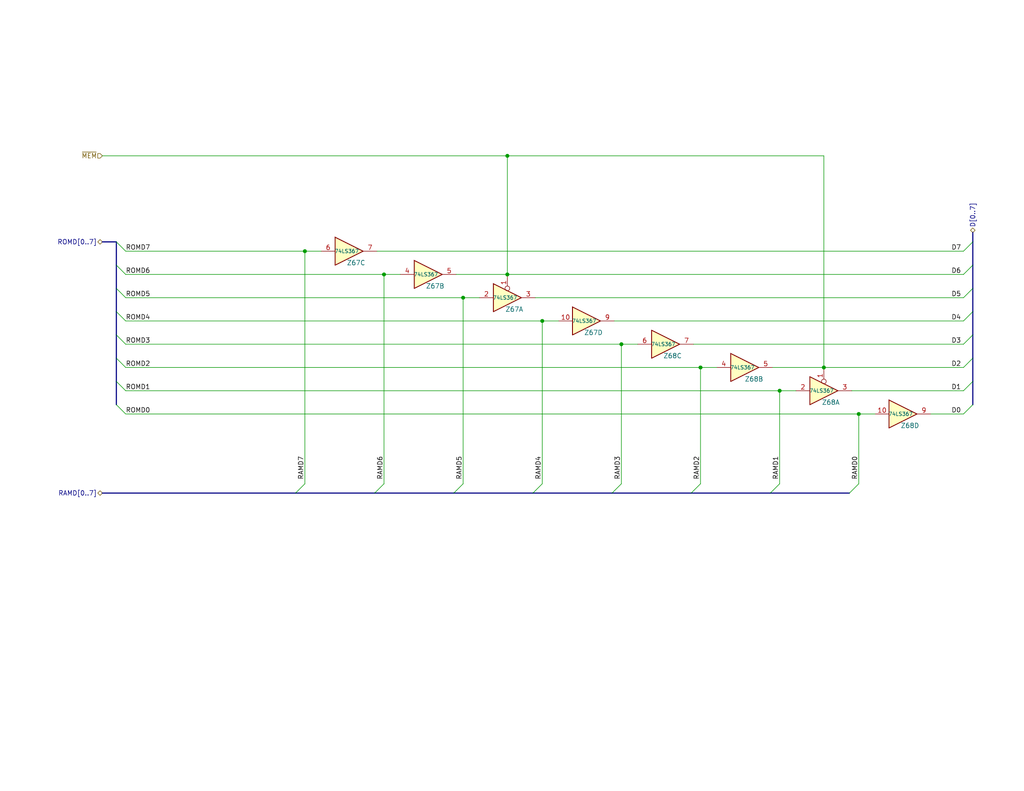
<source format=kicad_sch>
(kicad_sch (version 20231120) (generator "eeschema") (generator_version "8.0")
  (paper "USLetter")
  (title_block (title "TRS-80 Model I Rev E") (date "2024-11-23") (rev "E1A-E") (company "RetroStack - Marcel Erz") (comment 2 "Connects RAM & ROM to the data bus") (comment 4 "RAM-ROM Interface"))
  (lib_symbols
    (symbol "RetroStackLibrary:74LS367_Split" (pin_names (offset 1.016))
      (property "Reference" "U" (at 0 1.27 0))
      (property "Value" "74LS367" (at 0 -1.27 0))
      (symbol "74LS367_Split_1_0"
        (polyline (pts (xy -3.81 3.81) (xy -3.81 -3.81) (xy 3.81 0) (xy -3.81 3.81)) (stroke (width 0.254)) (fill (type background)))
        (pin input inverted (at 0 6.35 270) (length 4.445) (name "~") (number "1"))
        (pin input line (at -7.62 0 0) (length 3.81) (name "~") (number "2"))
        (pin tri_state line (at 7.62 0 180) (length 3.81) (name "~") (number "3"))
      )
      (symbol "74LS367_Split_2_0"
        (polyline (pts (xy -3.81 3.81) (xy -3.81 -3.81) (xy 3.81 0) (xy -3.81 3.81)) (stroke (width 0.254)) (fill (type background)))
        (pin input line (at -7.62 0 0) (length 3.81) (name "~") (number "4"))
        (pin tri_state line (at 7.62 0 180) (length 3.81) (name "~") (number "5"))
      )
      (symbol "74LS367_Split_3_0"
        (polyline (pts (xy -3.81 3.81) (xy -3.81 -3.81) (xy 3.81 0) (xy -3.81 3.81)) (stroke (width 0.254)) (fill (type background)))
        (pin input line (at -7.62 0 0) (length 3.81) (name "~") (number "6"))
        (pin tri_state line (at 7.62 0 180) (length 3.81) (name "~") (number "7"))
      )
      (symbol "74LS367_Split_4_0"
        (polyline (pts (xy -3.81 3.81) (xy -3.81 -3.81) (xy 3.81 0) (xy -3.81 3.81)) (stroke (width 0.254)) (fill (type background)))
        (pin input line (at -7.62 0 0) (length 3.81) (name "~") (number "10"))
        (pin tri_state line (at 7.62 0 180) (length 3.81) (name "~") (number "9"))
      )
      (symbol "74LS367_Split_5_0"
        (polyline (pts (xy -3.175 -2.54) (xy -3.175 -10.16) (xy 4.445 -6.35) (xy -3.175 -2.54)) (stroke (width 0.254)) (fill (type background)))
        (pin tri_state line (at 8.255 -6.35 180) (length 3.81) (name "~") (number "11"))
        (pin input line (at -6.985 -6.35 0) (length 3.81) (name "~") (number "12"))
        (pin input inverted (at 0.635 0 270) (length 4.445) (name "~") (number "15"))
      )
      (symbol "74LS367_Split_6_0"
        (polyline (pts (xy -3.81 3.81) (xy -3.81 -3.81) (xy 3.81 0) (xy -3.81 3.81)) (stroke (width 0.254)) (fill (type background)))
        (pin tri_state line (at 7.62 0 180) (length 3.81) (name "~") (number "13"))
        (pin input line (at -7.62 0 0) (length 3.81) (name "~") (number "14"))
      )
      (symbol "74LS367_Split_7_0"
        (pin power_in line (at 0 1.905 270) (length 5.08) (name "VCC") (number "16"))
        (pin power_in line (at 0 -23.495 90) (length 5.08) (name "GND") (number "8"))
      )
      (symbol "74LS367_Split_7_1"
        (rectangle (start -5.08 -3.175) (end 5.08 -18.415) (stroke (width 0.254)) (fill (type background)))
      )
    )
  )
  (junction (at 126.365 81.28))
  (junction (at 104.775 74.93))
  (junction (at 191.135 100.33))
  (junction (at 138.43 42.545))
  (junction (at 234.315 113.03))
  (junction (at 169.545 93.98))
  (junction (at 212.725 106.68))
  (junction (at 147.955 87.63))
  (junction (at 224.79 100.33))
  (junction (at 83.185 68.58))
  (junction (at 138.43 74.93))
  (bus_entry (at 31.75 97.79) (size 2.54 2.54))
  (bus_entry (at 262.89 87.63) (size 2.54 -2.54))
  (bus_entry (at 262.89 106.68) (size 2.54 -2.54))
  (bus_entry (at 262.89 68.58) (size 2.54 -2.54))
  (bus_entry (at 31.75 91.44) (size 2.54 2.54))
  (bus_entry (at 234.315 132.08) (size -2.54 2.54))
  (bus_entry (at 126.365 132.08) (size -2.54 2.54))
  (bus_entry (at 212.725 132.08) (size -2.54 2.54))
  (bus_entry (at 34.29 68.58) (size -2.54 -2.54))
  (bus_entry (at 83.185 132.08) (size -2.54 2.54))
  (bus_entry (at 147.955 132.08) (size -2.54 2.54))
  (bus_entry (at 31.75 104.14) (size 2.54 2.54))
  (bus_entry (at 31.75 72.39) (size 2.54 2.54))
  (bus_entry (at 31.75 110.49) (size 2.54 2.54))
  (bus_entry (at 169.545 132.08) (size -2.54 2.54))
  (bus_entry (at 262.89 93.98) (size 2.54 -2.54))
  (bus_entry (at 262.89 113.03) (size 2.54 -2.54))
  (bus_entry (at 262.89 81.28) (size 2.54 -2.54))
  (bus_entry (at 191.135 132.08) (size -2.54 2.54))
  (bus_entry (at 31.75 85.09) (size 2.54 2.54))
  (bus_entry (at 31.75 78.74) (size 2.54 2.54))
  (bus_entry (at 104.775 132.08) (size -2.54 2.54))
  (bus_entry (at 262.89 100.33) (size 2.54 -2.54))
  (bus_entry (at 262.89 74.93) (size 2.54 -2.54))
  (wire (pts (xy 147.955 87.63) (xy 152.4 87.63)))
  (wire (pts (xy 254 113.03) (xy 262.89 113.03)))
  (bus (pts (xy 27.94 134.62) (xy 80.645 134.62)))
  (bus (pts (xy 265.43 85.09) (xy 265.43 78.74)))
  (bus (pts (xy 31.75 91.44) (xy 31.75 85.09)))
  (wire (pts (xy 212.725 106.68) (xy 212.725 132.08)))
  (wire (pts (xy 191.135 100.33) (xy 191.135 132.08)))
  (bus (pts (xy 31.75 104.14) (xy 31.75 97.79)))
  (wire (pts (xy 169.545 93.98) (xy 169.545 132.08)))
  (wire (pts (xy 34.29 74.93) (xy 104.775 74.93)))
  (wire (pts (xy 234.315 113.03) (xy 238.76 113.03)))
  (wire (pts (xy 34.29 87.63) (xy 147.955 87.63)))
  (bus (pts (xy 102.235 134.62) (xy 123.825 134.62)))
  (wire (pts (xy 224.79 100.33) (xy 224.79 42.545)))
  (bus (pts (xy 27.94 66.04) (xy 31.75 66.04)))
  (wire (pts (xy 224.79 100.33) (xy 262.89 100.33)))
  (bus (pts (xy 167.005 134.62) (xy 188.595 134.62)))
  (wire (pts (xy 27.94 42.545) (xy 138.43 42.545)))
  (wire (pts (xy 212.725 106.68) (xy 217.17 106.68)))
  (wire (pts (xy 138.43 74.93) (xy 262.89 74.93)))
  (wire (pts (xy 191.135 100.33) (xy 195.58 100.33)))
  (wire (pts (xy 104.775 74.93) (xy 109.22 74.93)))
  (bus (pts (xy 80.645 134.62) (xy 102.235 134.62)))
  (bus (pts (xy 31.75 97.79) (xy 31.75 91.44)))
  (bus (pts (xy 265.43 66.04) (xy 265.43 63.5)))
  (wire (pts (xy 34.29 106.68) (xy 212.725 106.68)))
  (bus (pts (xy 31.75 85.09) (xy 31.75 78.74)))
  (bus (pts (xy 265.43 97.79) (xy 265.43 91.44)))
  (bus (pts (xy 31.75 110.49) (xy 31.75 104.14)))
  (wire (pts (xy 147.955 87.63) (xy 147.955 132.08)))
  (bus (pts (xy 265.43 91.44) (xy 265.43 85.09)))
  (wire (pts (xy 126.365 81.28) (xy 126.365 132.08)))
  (wire (pts (xy 34.29 93.98) (xy 169.545 93.98)))
  (wire (pts (xy 169.545 93.98) (xy 173.99 93.98)))
  (wire (pts (xy 138.43 42.545) (xy 138.43 74.93)))
  (wire (pts (xy 232.41 106.68) (xy 262.89 106.68)))
  (bus (pts (xy 265.43 78.74) (xy 265.43 72.39)))
  (bus (pts (xy 31.75 72.39) (xy 31.75 66.04)))
  (wire (pts (xy 83.185 68.58) (xy 87.63 68.58)))
  (bus (pts (xy 123.825 134.62) (xy 145.415 134.62)))
  (wire (pts (xy 83.185 68.58) (xy 83.185 132.08)))
  (wire (pts (xy 146.05 81.28) (xy 262.89 81.28)))
  (wire (pts (xy 126.365 81.28) (xy 130.81 81.28)))
  (wire (pts (xy 189.23 93.98) (xy 262.89 93.98)))
  (wire (pts (xy 34.29 81.28) (xy 126.365 81.28)))
  (wire (pts (xy 34.29 100.33) (xy 191.135 100.33)))
  (bus (pts (xy 265.43 110.49) (xy 265.43 104.14)))
  (wire (pts (xy 224.79 42.545) (xy 138.43 42.545)))
  (wire (pts (xy 34.29 68.58) (xy 83.185 68.58)))
  (wire (pts (xy 34.29 113.03) (xy 234.315 113.03)))
  (wire (pts (xy 210.82 100.33) (xy 224.79 100.33)))
  (wire (pts (xy 167.64 87.63) (xy 262.89 87.63)))
  (bus (pts (xy 265.43 104.14) (xy 265.43 97.79)))
  (wire (pts (xy 102.87 68.58) (xy 262.89 68.58)))
  (wire (pts (xy 124.46 74.93) (xy 138.43 74.93)))
  (bus (pts (xy 31.75 78.74) (xy 31.75 72.39)))
  (bus (pts (xy 145.415 134.62) (xy 167.005 134.62)))
  (bus (pts (xy 188.595 134.62) (xy 210.185 134.62)))
  (bus (pts (xy 265.43 72.39) (xy 265.43 66.04)))
  (wire (pts (xy 104.775 74.93) (xy 104.775 132.08)))
  (wire (pts (xy 234.315 113.03) (xy 234.315 132.08)))
  (bus (pts (xy 210.185 134.62) (xy 231.775 134.62)))
  (label "D0" (at 262.255 113.03 180))
  (label "ROMD4" (at 34.29 87.63 0))
  (label "ROMD0" (at 34.29 113.03 0))
  (label "D2" (at 262.255 100.33 180))
  (label "RAMD4" (at 147.955 124.46 270))
  (label "D7" (at 262.255 68.58 180))
  (label "RAMD3" (at 169.545 124.46 270))
  (label "D3" (at 262.255 93.98 180))
  (label "ROMD6" (at 34.29 74.93 0))
  (label "RAMD2" (at 191.135 124.46 270))
  (label "ROMD7" (at 34.29 68.58 0))
  (label "RAMD0" (at 234.315 124.46 270))
  (label "RAMD1" (at 212.725 124.46 270))
  (label "D6" (at 262.255 74.93 180))
  (label "D1" (at 262.255 106.68 180))
  (label "ROMD2" (at 34.29 100.33 0))
  (label "D4" (at 262.255 87.63 180))
  (label "ROMD5" (at 34.29 81.28 0))
  (label "ROMD1" (at 34.29 106.68 0))
  (label "RAMD6" (at 104.775 124.46 270))
  (label "RAMD5" (at 126.365 124.46 270))
  (label "ROMD3" (at 34.29 93.98 0))
  (label "RAMD7" (at 83.185 124.46 270))
  (label "D5" (at 262.255 81.28 180))
  (hierarchical_label "D[0..7]" (shape bidirectional) (at 265.43 63.5 90))
  (hierarchical_label "RAMD[0..7]" (shape bidirectional) (at 27.94 134.62 180))
  (hierarchical_label "ROMD[0..7]" (shape bidirectional) (at 27.94 66.04 180))
  (hierarchical_label "~{MEM}" (shape input) (at 27.94 42.545 180))
  (symbol (lib_id "RetroStackLibrary:74LS367_Split") (at 95.25 68.58 0) (unit 3)
    (property "Reference" "Z67" (at 97.155 71.755 0))
    (property "Value" "74LS367" (at 94.615 68.58 0) (effects (font (size 1 1))))
    (property "Footprint" "RetroStackLibrary:TRS80_Model_I_DIP16" (effects (hide yes)))
    (property "Datasheet" "https://www.ti.com/lit/ds/symlink/sn74ls367a.pdf" (effects (hide yes)))
  )
  (symbol (lib_id "RetroStackLibrary:74LS367_Split") (at 160.02 87.63 0) (unit 4)
    (property "Reference" "Z67" (at 161.925 90.805 0))
    (property "Value" "74LS367" (at 159.385 87.63 0) (effects (font (size 1 1))))
    (property "Footprint" "RetroStackLibrary:TRS80_Model_I_DIP16" (effects (hide yes)))
    (property "Datasheet" "https://www.ti.com/lit/ds/symlink/sn74ls367a.pdf" (effects (hide yes)))
  )
  (symbol (lib_id "RetroStackLibrary:74LS367_Split") (at 116.84 74.93 0) (unit 2)
    (property "Reference" "Z67" (at 118.745 78.105 0))
    (property "Value" "74LS367" (at 116.205 74.93 0) (effects (font (size 1 1))))
    (property "Footprint" "RetroStackLibrary:TRS80_Model_I_DIP16" (effects (hide yes)))
    (property "Datasheet" "https://www.ti.com/lit/ds/symlink/sn74ls367a.pdf" (effects (hide yes)))
  )
  (symbol (lib_id "RetroStackLibrary:74LS367_Split") (at 203.2 100.33 0) (unit 2)
    (property "Reference" "Z68" (at 205.74 103.505 0))
    (property "Value" "74LS367" (at 202.565 100.33 0) (effects (font (size 1 1))))
    (property "Footprint" "RetroStackLibrary:TRS80_Model_I_DIP16" (effects (hide yes)))
    (property "Datasheet" "https://www.ti.com/lit/ds/symlink/sn74ls367a.pdf" (effects (hide yes)))
  )
  (symbol (lib_id "RetroStackLibrary:74LS367_Split") (at 138.43 81.28 0) (unit 1)
    (property "Reference" "Z67" (at 140.335 84.455 0))
    (property "Value" "74LS367" (at 137.795 81.28 0) (effects (font (size 1 1))))
    (property "Footprint" "RetroStackLibrary:TRS80_Model_I_DIP16" (effects (hide yes)))
    (property "Datasheet" "https://www.ti.com/lit/ds/symlink/sn74ls367a.pdf" (effects (hide yes)))
  )
  (symbol (lib_id "RetroStackLibrary:74LS367_Split") (at 246.38 113.03 0) (unit 4)
    (property "Reference" "Z68" (at 248.285 116.205 0))
    (property "Value" "74LS367" (at 245.745 113.03 0) (effects (font (size 1 1))))
    (property "Footprint" "RetroStackLibrary:TRS80_Model_I_DIP16" (effects (hide yes)))
    (property "Datasheet" "https://www.ti.com/lit/ds/symlink/sn74ls367a.pdf" (effects (hide yes)))
  )
  (symbol (lib_id "RetroStackLibrary:74LS367_Split") (at 181.61 93.98 0) (unit 3)
    (property "Reference" "Z68" (at 183.515 97.155 0))
    (property "Value" "74LS367" (at 180.975 93.98 0) (effects (font (size 1 1))))
    (property "Footprint" "RetroStackLibrary:TRS80_Model_I_DIP16" (effects (hide yes)))
    (property "Datasheet" "https://www.ti.com/lit/ds/symlink/sn74ls367a.pdf" (effects (hide yes)))
  )
  (symbol (lib_id "RetroStackLibrary:74LS367_Split") (at 224.79 106.68 0) (unit 1)
    (property "Reference" "Z68" (at 226.695 109.855 0))
    (property "Value" "74LS367" (at 224.155 106.68 0) (effects (font (size 1 1))))
    (property "Footprint" "RetroStackLibrary:TRS80_Model_I_DIP16" (effects (hide yes)))
    (property "Datasheet" "https://www.ti.com/lit/ds/symlink/sn74ls367a.pdf" (effects (hide yes)))
  )
)
</source>
